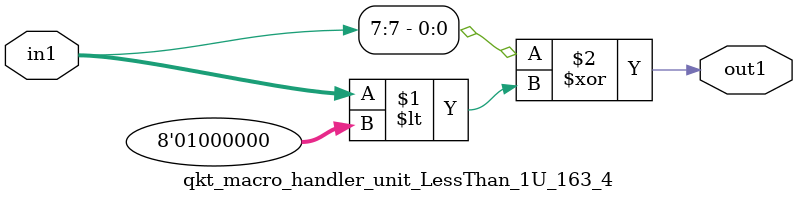
<source format=v>

`timescale 1ps / 1ps


module qkt_macro_handler_unit_LessThan_1U_163_4( in1, out1 );

    input [7:0] in1;
    output out1;

    
    // rtl_process:qkv_macro_handler_hub_LessThan_1U_94_4/qkv_macro_handler_hub_LessThan_1U_94_4_thread_1
    assign out1 = (in1[7] ^ in1 < 8'd064);

endmodule





</source>
